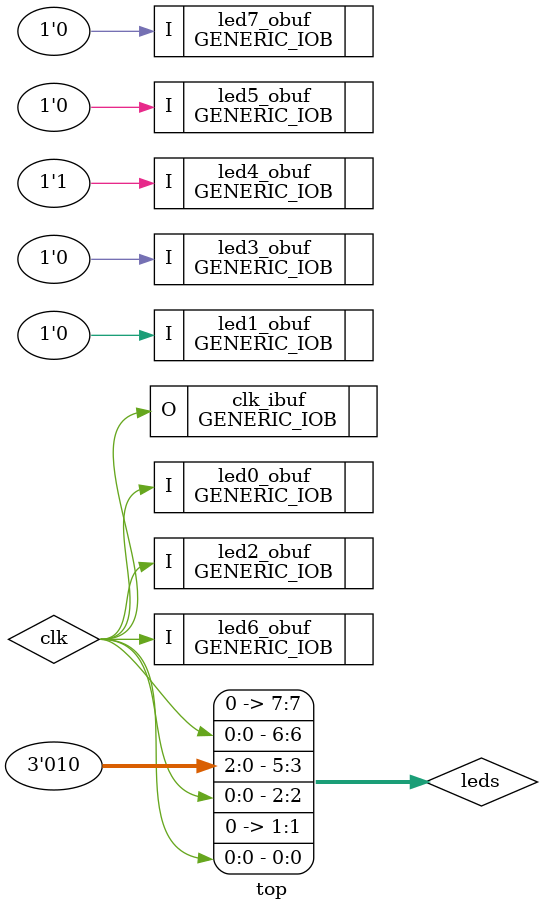
<source format=v>
module top;

	wire clk;
	(* BEL="IOTILE(04,09):alta_rio00", keep *) /* PIN_46 */
	GENERIC_IOB #(.INPUT_USED(1), .OUTPUT_USED(0)) clk_ibuf (.O(clk));

	wire [7:0] leds;
	(* BEL="IOTILE(02,01):alta_rio02", keep *)	/* PIN_11 */
	GENERIC_IOB #(.INPUT_USED(0), .OUTPUT_USED(1)) led7_obuf (.I(leds[7]));
	(* BEL="IOTILE(07,01):alta_rio00", keep *)	/* PIN_09 */
	GENERIC_IOB #(.INPUT_USED(0), .OUTPUT_USED(1)) led6_obuf (.I(leds[6]));
	(* BEL="IOTILE(06,09):alta_rio02", keep *)  /* PIN_06 */
	GENERIC_IOB #(.INPUT_USED(0), .OUTPUT_USED(1)) led5_obuf (.I(leds[5]));
	(* BEL="IOTILE(01,09):alta_rio01", keep *)  /* PIN_05 */
	GENERIC_IOB #(.INPUT_USED(0), .OUTPUT_USED(1)) led4_obuf (.I(leds[4]));
	(* BEL="IOTILE(00,09):alta_rio00", keep *)	/* PIN_04 */
	GENERIC_IOB #(.INPUT_USED(0), .OUTPUT_USED(1)) led3_obuf (.I(leds[3]));
	(* BEL="IOTILE(00,09):alta_rio02", keep *)	/* PIN_03 */
	GENERIC_IOB #(.INPUT_USED(0), .OUTPUT_USED(1)) led2_obuf (.I(leds[2]));
	(* BEL="IOTILE(01,09):alta_rio03", keep *)	/* PIN_02 */
	GENERIC_IOB #(.INPUT_USED(0), .OUTPUT_USED(1)) led1_obuf (.I(leds[1]));
	(* BEL="IOTILE(02,09):alta_rio00", keep *)	/* PIN_01 */
	GENERIC_IOB #(.INPUT_USED(0), .OUTPUT_USED(1)) led0_obuf (.I(leds[0]));

assign leds = {1'b0, clk, 1'b0, 1'b1, 1'b0, clk, 1'b0, clk};

endmodule

</source>
